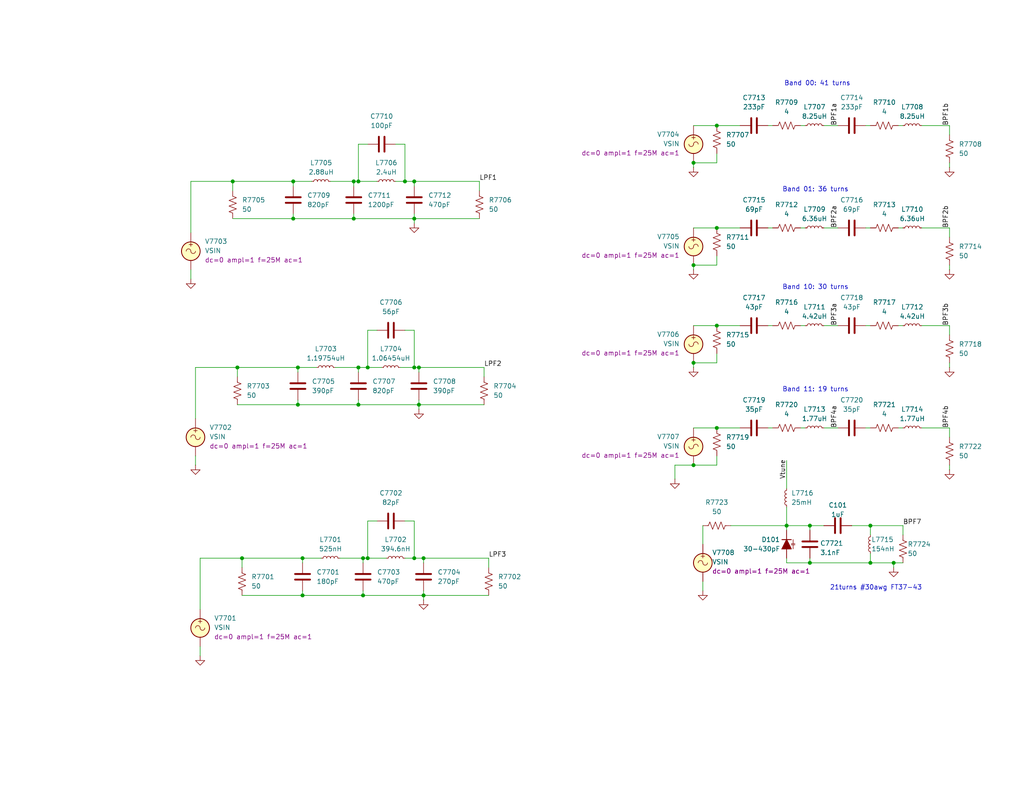
<source format=kicad_sch>
(kicad_sch (version 20250114) (generator "eeschema") (generator_version "9.0")
  (paper "A")
  (title_block (title "Filter simulation") (date "2025-04-09") (company "Soft-Shack") (comment 1 "Alan Mimms"))
  (lib_symbols
    (symbol "Device:C" (pin_numbers (hide yes)) (pin_names (offset 0.254))
      (property "Reference" "C" (at 0.635 2.54 0))
      (property "Value" "C" (at 0.635 -2.54 0))
      (symbol "C_0_1"
        (polyline (pts (xy -2.032 0.762) (xy 2.032 0.762)) (stroke (width 0.508)))
        (polyline (pts (xy -2.032 -0.762) (xy 2.032 -0.762)) (stroke (width 0.508)))
      )
      (symbol "C_1_1"
        (pin passive line (at 0 3.81 270) (length 2.794) (name "~") (number "1"))
        (pin passive line (at 0 -3.81 90) (length 2.794) (name "~") (number "2"))
      )
    )
    (symbol "Device:D_Capacitance_Filled" (pin_numbers (hide yes)) (pin_names (offset 1.016) (hide yes))
      (property "Reference" "D" (at 0 2.54 0))
      (property "Value" "D_Capacitance_Filled" (at 0 -3.302 0))
      (symbol "D_Capacitance_Filled_0_1"
        (polyline (pts (xy -1.27 1.27) (xy -1.27 -1.27)) (stroke (width 0.254)))
        (polyline (pts (xy -1.27 0) (xy 1.27 0)))
        (polyline (pts (xy -1.27 -1.778) (xy -0.1524 -1.778)))
        (polyline (pts (xy -0.1524 -1.27) (xy -0.1524 -2.286)))
        (polyline (pts (xy 0.1524 -1.27) (xy 0.1524 -2.286)))
        (polyline (pts (xy 0.1524 -1.778) (xy 1.27 -1.778)))
        (polyline (pts (xy 1.27 1.27) (xy 1.27 -1.27) (xy -1.27 0) (xy 1.27 1.27)) (stroke (width 0.254)) (fill (type outline)))
      )
      (symbol "D_Capacitance_Filled_1_1"
        (pin passive line (at -3.81 0 0) (length 2.54) (name "K") (number "1"))
        (pin passive line (at 3.81 0 180) (length 2.54) (name "A") (number "2"))
      )
    )
    (symbol "Device:L_Small" (pin_numbers (hide yes)) (pin_names (offset 0.254) (hide yes))
      (property "Reference" "L" (at 0.762 1.016 0))
      (property "Value" "L_Small" (at 0.762 -1.016 0))
      (symbol "L_Small_0_1"
        (arc (start 0 2.032) (mid 0.5058 1.524) (end 0 1.016))
        (arc (start 0 1.016) (mid 0.5058 0.508) (end 0 0))
        (arc (start 0 0) (mid 0.5058 -0.508) (end 0 -1.016))
        (arc (start 0 -1.016) (mid 0.5058 -1.524) (end 0 -2.032))
      )
      (symbol "L_Small_1_1"
        (pin passive line (at 0 2.54 270) (length 0.508) (name "~") (number "1"))
        (pin passive line (at 0 -2.54 90) (length 0.508) (name "~") (number "2"))
      )
    )
    (symbol "Device:R_US" (pin_numbers (hide yes)) (pin_names (offset 0))
      (property "Reference" "R" (at 2.54 0 90))
      (property "Value" "R_US" (at -2.54 0 90))
      (symbol "R_US_0_1"
        (polyline (pts (xy 0 2.286) (xy 0 2.54)))
        (polyline (pts (xy 0 2.286) (xy 1.016 1.905) (xy 0 1.524) (xy -1.016 1.143) (xy 0 0.762)))
        (polyline (pts (xy 0 0.762) (xy 1.016 0.381) (xy 0 0) (xy -1.016 -0.381) (xy 0 -0.762)))
        (polyline (pts (xy 0 -0.762) (xy 1.016 -1.143) (xy 0 -1.524) (xy -1.016 -1.905) (xy 0 -2.286)))
        (polyline (pts (xy 0 -2.286) (xy 0 -2.54)))
      )
      (symbol "R_US_1_1"
        (pin passive line (at 0 3.81 270) (length 1.27) (name "~") (number "1"))
        (pin passive line (at 0 -3.81 90) (length 1.27) (name "~") (number "2"))
      )
    )
    (symbol "Simulation_SPICE:VSIN" (pin_numbers (hide yes)) (pin_names (offset 0.0254))
      (property "Reference" "V" (at 2.54 2.54 0))
      (property "Value" "VSIN" (at 2.54 0 0))
      (property "Sim.Params" "dc=0 ampl=1 f=1k ac=1" (at 2.54 -2.54 0))
      (symbol "VSIN_0_0"
        (arc (start -1.27 0) (mid -0.635 0.6323) (end 0 0))
        (arc (start 1.27 0) (mid 0.635 -0.6323) (end 0 0))
        (text "+" (at 0 1.905 0) (effects (font (size 1.27 1.27))))
      )
      (symbol "VSIN_0_1"
        (circle (center 0 0) (radius 2.54) (stroke (width 0.254)) (fill (type background)))
      )
      (symbol "VSIN_1_1"
        (pin passive line (at 0 5.08 270) (length 2.54) (name "~") (number "1"))
        (pin passive line (at 0 -5.08 90) (length 2.54) (name "~") (number "2"))
      )
    )
    (symbol "power:GND" (power) (pin_numbers (hide yes)) (pin_names (offset 0) (hide yes))
      (property "Value" "GND" (at 0 -3.81 0))
      (symbol "GND_0_1"
        (polyline (pts (xy 0 0) (xy 0 -1.27) (xy 1.27 -1.27) (xy 0 -2.54) (xy -1.27 -1.27) (xy 0 -1.27)))
      )
      (symbol "GND_1_1"
        (pin power_in line (at 0 0 270) (length 0) (name "~") (number "1"))
      )
    )
  )
  (text "Band 10: 30 turns" (at 222.504 78.486 0) (effects (font (size 1.27 1.27))))
  (text "Band 01: 36 turns" (at 222.504 51.816 0) (effects (font (size 1.27 1.27))))
  (text "Band 00: 41 turns" (at 223.012 22.86 0) (effects (font (size 1.27 1.27))))
  (text "Band 11: 19 turns" (at 222.504 106.426 0) (effects (font (size 1.27 1.27))))
  (text "21turns #30awg FT37-43" (at 239.014 160.528 0) (effects (font (size 1.27 1.27))))
  (junction (at 214.63 143.51))
  (junction (at 66.04 152.4))
  (junction (at 243.84 153.67))
  (junction (at 110.49 49.53))
  (junction (at 189.23 44.45))
  (junction (at 189.23 99.06))
  (junction (at 113.03 59.69))
  (junction (at 82.55 162.56))
  (junction (at 113.03 49.53))
  (junction (at 99.06 152.4))
  (junction (at 237.49 143.51))
  (junction (at 114.3 100.33))
  (junction (at 82.55 152.4))
  (junction (at 114.3 110.49))
  (junction (at 115.57 152.4))
  (junction (at 81.28 100.33))
  (junction (at 81.28 110.49))
  (junction (at 115.57 162.56))
  (junction (at 80.01 49.53))
  (junction (at 237.49 153.67))
  (junction (at 96.52 49.53))
  (junction (at 189.23 72.39))
  (junction (at 96.52 59.69))
  (junction (at 97.79 49.53))
  (junction (at 97.79 100.33))
  (junction (at 100.33 100.33))
  (junction (at 113.03 100.33))
  (junction (at 80.01 59.69))
  (junction (at 195.58 88.9))
  (junction (at 195.58 34.29))
  (junction (at 99.06 162.56))
  (junction (at 220.98 143.51))
  (junction (at 63.5 49.53))
  (junction (at 195.58 116.84))
  (junction (at 220.98 153.67))
  (junction (at 195.58 62.23))
  (junction (at 64.77 100.33))
  (junction (at 97.79 110.49))
  (junction (at 113.03 152.4))
  (junction (at 100.33 152.4))
  (junction (at 189.23 127))
  (wire (pts (xy 64.77 102.87) (xy 64.77 100.33)))
  (wire (pts (xy 113.03 58.42) (xy 113.03 59.69)))
  (wire (pts (xy 220.98 143.51) (xy 224.79 143.51)))
  (wire (pts (xy 132.08 102.87) (xy 132.08 100.33)))
  (wire (pts (xy 195.58 44.45) (xy 189.23 44.45)))
  (wire (pts (xy 195.58 69.85) (xy 195.58 72.39)))
  (wire (pts (xy 66.04 154.94) (xy 66.04 152.4)))
  (wire (pts (xy 52.07 73.66) (xy 52.07 76.2)))
  (wire (pts (xy 90.17 49.53) (xy 96.52 49.53)))
  (wire (pts (xy 99.06 161.29) (xy 99.06 162.56)))
  (wire (pts (xy 259.08 34.29) (xy 259.08 36.83)))
  (wire (pts (xy 236.22 116.84) (xy 237.49 116.84)))
  (wire (pts (xy 259.08 88.9) (xy 259.08 91.44)))
  (wire (pts (xy 209.55 88.9) (xy 210.82 88.9)))
  (wire (pts (xy 191.77 158.75) (xy 191.77 161.29)))
  (wire (pts (xy 259.08 127) (xy 259.08 128.27)))
  (wire (pts (xy 113.03 59.69) (xy 113.03 60.96)))
  (wire (pts (xy 236.22 62.23) (xy 237.49 62.23)))
  (wire (pts (xy 259.08 62.23) (xy 259.08 64.77)))
  (wire (pts (xy 53.34 114.3) (xy 53.34 100.33)))
  (wire (pts (xy 115.57 162.56) (xy 115.57 163.83)))
  (wire (pts (xy 251.46 88.9) (xy 259.08 88.9)))
  (wire (pts (xy 107.95 49.53) (xy 110.49 49.53)))
  (wire (pts (xy 195.58 99.06) (xy 189.23 99.06)))
  (wire (pts (xy 54.61 176.53) (xy 54.61 179.07)))
  (wire (pts (xy 110.49 39.37) (xy 110.49 49.53)))
  (wire (pts (xy 82.55 152.4) (xy 87.63 152.4)))
  (wire (pts (xy 113.03 100.33) (xy 114.3 100.33)))
  (wire (pts (xy 82.55 162.56) (xy 99.06 162.56)))
  (wire (pts (xy 96.52 49.53) (xy 97.79 49.53)))
  (wire (pts (xy 53.34 124.46) (xy 53.34 127)))
  (wire (pts (xy 195.58 72.39) (xy 189.23 72.39)))
  (wire (pts (xy 214.63 138.43) (xy 214.63 143.51)))
  (wire (pts (xy 99.06 152.4) (xy 100.33 152.4)))
  (wire (pts (xy 218.44 88.9) (xy 219.71 88.9)))
  (wire (pts (xy 218.44 62.23) (xy 219.71 62.23)))
  (wire (pts (xy 99.06 152.4) (xy 99.06 153.67)))
  (wire (pts (xy 209.55 116.84) (xy 210.82 116.84)))
  (wire (pts (xy 81.28 110.49) (xy 97.79 110.49)))
  (wire (pts (xy 91.44 100.33) (xy 97.79 100.33)))
  (wire (pts (xy 113.03 59.69) (xy 130.81 59.69)))
  (wire (pts (xy 237.49 143.51) (xy 246.38 143.51)))
  (wire (pts (xy 81.28 100.33) (xy 86.36 100.33)))
  (wire (pts (xy 96.52 58.42) (xy 96.52 59.69)))
  (wire (pts (xy 232.41 143.51) (xy 237.49 143.51)))
  (wire (pts (xy 115.57 162.56) (xy 133.35 162.56)))
  (wire (pts (xy 110.49 152.4) (xy 113.03 152.4)))
  (wire (pts (xy 80.01 50.8) (xy 80.01 49.53)))
  (wire (pts (xy 102.87 142.24) (xy 100.33 142.24)))
  (wire (pts (xy 218.44 34.29) (xy 219.71 34.29)))
  (wire (pts (xy 189.23 99.06) (xy 189.23 100.33)))
  (wire (pts (xy 115.57 161.29) (xy 115.57 162.56)))
  (wire (pts (xy 224.79 88.9) (xy 228.6 88.9)))
  (wire (pts (xy 195.58 124.46) (xy 195.58 127)))
  (wire (pts (xy 209.55 62.23) (xy 210.82 62.23)))
  (wire (pts (xy 114.3 109.22) (xy 114.3 110.49)))
  (wire (pts (xy 195.58 116.84) (xy 201.93 116.84)))
  (wire (pts (xy 220.98 144.78) (xy 220.98 143.51)))
  (wire (pts (xy 195.58 88.9) (xy 201.93 88.9)))
  (wire (pts (xy 191.77 143.51) (xy 191.77 148.59)))
  (wire (pts (xy 63.5 52.07) (xy 63.5 49.53)))
  (wire (pts (xy 259.08 116.84) (xy 259.08 119.38)))
  (wire (pts (xy 251.46 62.23) (xy 259.08 62.23)))
  (wire (pts (xy 97.79 100.33) (xy 97.79 101.6)))
  (wire (pts (xy 245.11 34.29) (xy 246.38 34.29)))
  (wire (pts (xy 189.23 34.29) (xy 195.58 34.29)))
  (wire (pts (xy 246.38 146.05) (xy 246.38 143.51)))
  (wire (pts (xy 54.61 152.4) (xy 66.04 152.4)))
  (wire (pts (xy 189.23 45.72) (xy 189.23 44.45)))
  (wire (pts (xy 102.87 90.17) (xy 100.33 90.17)))
  (wire (pts (xy 189.23 116.84) (xy 195.58 116.84)))
  (wire (pts (xy 110.49 90.17) (xy 113.03 90.17)))
  (wire (pts (xy 113.03 142.24) (xy 113.03 152.4)))
  (wire (pts (xy 224.79 116.84) (xy 228.6 116.84)))
  (wire (pts (xy 114.3 100.33) (xy 114.3 101.6)))
  (wire (pts (xy 82.55 161.29) (xy 82.55 162.56)))
  (wire (pts (xy 189.23 72.39) (xy 189.23 73.66)))
  (wire (pts (xy 82.55 153.67) (xy 82.55 152.4)))
  (wire (pts (xy 132.08 100.33) (xy 114.3 100.33)))
  (wire (pts (xy 130.81 52.07) (xy 130.81 49.53)))
  (wire (pts (xy 63.5 59.69) (xy 80.01 59.69)))
  (wire (pts (xy 184.15 127) (xy 184.15 130.81)))
  (wire (pts (xy 96.52 59.69) (xy 113.03 59.69)))
  (wire (pts (xy 214.63 143.51) (xy 214.63 144.78)))
  (wire (pts (xy 245.11 88.9) (xy 246.38 88.9)))
  (wire (pts (xy 54.61 166.37) (xy 54.61 152.4)))
  (wire (pts (xy 218.44 116.84) (xy 219.71 116.84)))
  (wire (pts (xy 199.39 143.51) (xy 214.63 143.51)))
  (wire (pts (xy 195.58 127) (xy 189.23 127)))
  (wire (pts (xy 251.46 34.29) (xy 259.08 34.29)))
  (wire (pts (xy 195.58 62.23) (xy 201.93 62.23)))
  (wire (pts (xy 195.58 96.52) (xy 195.58 99.06)))
  (wire (pts (xy 130.81 49.53) (xy 113.03 49.53)))
  (wire (pts (xy 237.49 151.13) (xy 237.49 153.67)))
  (wire (pts (xy 220.98 153.67) (xy 237.49 153.67)))
  (wire (pts (xy 66.04 152.4) (xy 82.55 152.4)))
  (wire (pts (xy 243.84 153.67) (xy 243.84 154.94)))
  (wire (pts (xy 97.79 110.49) (xy 114.3 110.49)))
  (wire (pts (xy 214.63 143.51) (xy 220.98 143.51)))
  (wire (pts (xy 236.22 34.29) (xy 237.49 34.29)))
  (wire (pts (xy 214.63 153.67) (xy 220.98 153.67)))
  (wire (pts (xy 189.23 88.9) (xy 195.58 88.9)))
  (wire (pts (xy 115.57 152.4) (xy 115.57 153.67)))
  (wire (pts (xy 107.95 39.37) (xy 110.49 39.37)))
  (wire (pts (xy 63.5 49.53) (xy 80.01 49.53)))
  (wire (pts (xy 52.07 63.5) (xy 52.07 49.53)))
  (wire (pts (xy 80.01 49.53) (xy 85.09 49.53)))
  (wire (pts (xy 114.3 110.49) (xy 132.08 110.49)))
  (wire (pts (xy 80.01 58.42) (xy 80.01 59.69)))
  (wire (pts (xy 113.03 90.17) (xy 113.03 100.33)))
  (wire (pts (xy 53.34 100.33) (xy 64.77 100.33)))
  (wire (pts (xy 237.49 153.67) (xy 243.84 153.67)))
  (wire (pts (xy 214.63 152.4) (xy 214.63 153.67)))
  (wire (pts (xy 236.22 88.9) (xy 237.49 88.9)))
  (wire (pts (xy 113.03 152.4) (xy 115.57 152.4)))
  (wire (pts (xy 97.79 100.33) (xy 100.33 100.33)))
  (wire (pts (xy 224.79 34.29) (xy 228.6 34.29)))
  (wire (pts (xy 80.01 59.69) (xy 96.52 59.69)))
  (wire (pts (xy 110.49 142.24) (xy 113.03 142.24)))
  (wire (pts (xy 133.35 152.4) (xy 115.57 152.4)))
  (wire (pts (xy 64.77 100.33) (xy 81.28 100.33)))
  (wire (pts (xy 189.23 62.23) (xy 195.58 62.23)))
  (wire (pts (xy 81.28 101.6) (xy 81.28 100.33)))
  (wire (pts (xy 259.08 99.06) (xy 259.08 100.33)))
  (wire (pts (xy 195.58 41.91) (xy 195.58 44.45)))
  (wire (pts (xy 100.33 142.24) (xy 100.33 152.4)))
  (wire (pts (xy 100.33 39.37) (xy 97.79 39.37)))
  (wire (pts (xy 97.79 109.22) (xy 97.79 110.49)))
  (wire (pts (xy 92.71 152.4) (xy 99.06 152.4)))
  (wire (pts (xy 195.58 34.29) (xy 201.93 34.29)))
  (wire (pts (xy 259.08 44.45) (xy 259.08 45.72)))
  (wire (pts (xy 66.04 162.56) (xy 82.55 162.56)))
  (wire (pts (xy 52.07 49.53) (xy 63.5 49.53)))
  (wire (pts (xy 259.08 72.39) (xy 259.08 73.66)))
  (wire (pts (xy 100.33 100.33) (xy 104.14 100.33)))
  (wire (pts (xy 114.3 110.49) (xy 114.3 111.76)))
  (wire (pts (xy 99.06 162.56) (xy 115.57 162.56)))
  (wire (pts (xy 237.49 143.51) (xy 237.49 146.05)))
  (wire (pts (xy 214.63 125.73) (xy 214.63 133.35)))
  (wire (pts (xy 100.33 90.17) (xy 100.33 100.33)))
  (wire (pts (xy 184.15 127) (xy 189.23 127)))
  (wire (pts (xy 251.46 116.84) (xy 259.08 116.84)))
  (wire (pts (xy 209.55 34.29) (xy 210.82 34.29)))
  (wire (pts (xy 245.11 62.23) (xy 246.38 62.23)))
  (wire (pts (xy 110.49 49.53) (xy 113.03 49.53)))
  (wire (pts (xy 133.35 154.94) (xy 133.35 152.4)))
  (wire (pts (xy 97.79 49.53) (xy 102.87 49.53)))
  (wire (pts (xy 64.77 110.49) (xy 81.28 110.49)))
  (wire (pts (xy 113.03 49.53) (xy 113.03 50.8)))
  (wire (pts (xy 245.11 116.84) (xy 246.38 116.84)))
  (wire (pts (xy 100.33 152.4) (xy 105.41 152.4)))
  (wire (pts (xy 109.22 100.33) (xy 113.03 100.33)))
  (wire (pts (xy 220.98 152.4) (xy 220.98 153.67)))
  (wire (pts (xy 224.79 62.23) (xy 228.6 62.23)))
  (wire (pts (xy 243.84 153.67) (xy 246.38 153.67)))
  (wire (pts (xy 81.28 109.22) (xy 81.28 110.49)))
  (wire (pts (xy 97.79 39.37) (xy 97.79 49.53)))
  (wire (pts (xy 96.52 49.53) (xy 96.52 50.8)))
  (label "LPF2" (at 132.08 100.33 0))
  (label "Vtune" (at 214.63 130.81 90))
  (label "LPF1" (at 130.81 49.53 0))
  (label "BPF4b" (at 259.08 116.84 90))
  (label "BPF2b" (at 259.08 62.23 90))
  (label "BPF7" (at 246.38 143.51 0))
  (label "BPF4a" (at 228.6 116.84 90))
  (label "LPF3" (at 133.35 152.4 0))
  (label "BPF3b" (at 259.08 88.9 90))
  (label "BPF2a" (at 228.6 62.23 90))
  (label "BPF3a" (at 228.6 88.9 90))
  (label "BPF1a" (at 228.6 34.29 90))
  (label "BPF1b" (at 259.08 34.29 90))
  (symbol (lib_id "Device:C") (at 97.79 105.41 0) (unit 1)
    (property "Reference" "C7707" (at 101.6 104.1399 0) (effects (justify left)))
    (property "Value" "820pF" (at 101.6 106.6799 0) (effects (justify left)))
    (property "Description" "Unpolarized capacitor" (effects (hide yes)))
  )
  (symbol (lib_id "Device:L_Small") (at 237.49 148.59 180) (unit 1)
    (property "Reference" "L7715" (at 237.744 147.32 0) (effects (justify right)))
    (property "Value" "154nH" (at 237.744 149.86 0) (effects (justify right)))
    (property "Description" "Inductor, small symbol" (effects (hide yes)))
  )
  (symbol (lib_id "power:GND") (at 259.08 45.72 0) (unit 1)
    (property "Reference" "#PWR0407" (effects (hide yes)))
    (property "Value" "GND" (effects (hide yes)))
    (property "Description" "Power symbol creates a global label with name \"GND\" , ground" (effects (hide yes)))
  )
  (symbol (lib_id "Device:R_US") (at 214.63 88.9 90) (unit 1)
    (property "Reference" "R7716" (at 214.63 82.55 90))
    (property "Value" "4" (at 214.63 85.09 90))
    (property "Description" "Resistor, US symbol" (effects (hide yes)))
  )
  (symbol (lib_id "Device:C") (at 114.3 105.41 0) (unit 1)
    (property "Reference" "C7708" (at 118.11 104.1399 0) (effects (justify left)))
    (property "Value" "390pF" (at 118.11 106.6799 0) (effects (justify left)))
    (property "Description" "Unpolarized capacitor" (effects (hide yes)))
  )
  (symbol (lib_id "power:GND") (at 54.61 179.07 0) (unit 1)
    (property "Reference" "#PWR0401" (effects (hide yes)))
    (property "Value" "GND" (effects (hide yes)))
    (property "Description" "Power symbol creates a global label with name \"GND\" , ground" (effects (hide yes)))
  )
  (symbol (lib_id "Device:R_US") (at 195.58 92.71 0) (unit 1)
    (property "Reference" "R7715" (at 198.12 91.4399 0) (effects (justify left)))
    (property "Value" "50" (at 198.12 93.9799 0) (effects (justify left)))
    (property "Description" "Resistor, US symbol" (effects (hide yes)))
  )
  (symbol (lib_id "Device:C") (at 232.41 62.23 90) (unit 1)
    (property "Reference" "C7716" (at 232.41 54.61 90))
    (property "Value" "69pF" (at 232.41 57.15 90))
    (property "Description" "Unpolarized capacitor" (effects (hide yes)))
  )
  (symbol (lib_id "Device:C") (at 82.55 157.48 0) (unit 1)
    (property "Reference" "C7701" (at 86.36 156.2099 0) (effects (justify left)))
    (property "Value" "180pF" (at 86.36 158.7499 0) (effects (justify left)))
    (property "Description" "Unpolarized capacitor" (effects (hide yes)))
  )
  (symbol (lib_id "Simulation_SPICE:VSIN") (at 191.77 153.67 0) (unit 1)
    (property "Reference" "V7708" (at 194.31 150.876 0) (effects (justify left)))
    (property "Value" "VSIN" (at 194.31 153.416 0) (effects (justify left)))
    (property "Datasheet" "https://ngspice.sourceforge.io/docs/ngspice-html-manual/manual.xhtml#sec_Independent_Sources_for" (effects (hide yes)))
    (property "Description" "Voltage source, sinusoidal" (effects (hide yes)))
    (property "Sim.Pins" "1=+ 2=-" (effects (hide yes)))
    (property "Sim.Params" "dc=0 ampl=1 f=25M ac=1" (at 194.31 155.956 0) (effects (justify left)))
    (property "Sim.Type" "SIN" (effects (hide yes)))
    (property "Sim.Device" "V" (effects (hide yes)))
  )
  (symbol (lib_id "Device:C") (at 99.06 157.48 0) (unit 1)
    (property "Reference" "C7703" (at 102.87 156.2099 0) (effects (justify left)))
    (property "Value" "470pF" (at 102.87 158.7499 0) (effects (justify left)))
    (property "Description" "Unpolarized capacitor" (effects (hide yes)))
  )
  (symbol (lib_id "power:GND") (at 243.84 154.94 0) (unit 1)
    (property "Reference" "#PWR0416" (effects (hide yes)))
    (property "Value" "GND" (effects (hide yes)))
    (property "Description" "Power symbol creates a global label with name \"GND\" , ground" (effects (hide yes)))
  )
  (symbol (lib_id "Device:L_Small") (at 222.25 116.84 90) (unit 1)
    (property "Reference" "L7713" (at 222.25 111.76 90))
    (property "Value" "1.77uH" (at 222.25 114.3 90))
    (property "Description" "Inductor, small symbol" (effects (hide yes)))
  )
  (symbol (lib_id "Device:C") (at 232.41 34.29 90) (unit 1)
    (property "Reference" "C7714" (at 232.41 26.67 90))
    (property "Value" "233pF" (at 232.41 29.21 90))
    (property "Description" "Unpolarized capacitor" (effects (hide yes)))
  )
  (symbol (lib_id "Device:R_US") (at 133.35 158.75 0) (unit 1)
    (property "Reference" "R7702" (at 135.89 157.4799 0) (effects (justify left)))
    (property "Value" "50" (at 135.89 160.0199 0) (effects (justify left)))
    (property "Description" "Resistor, US symbol" (effects (hide yes)))
  )
  (symbol (lib_id "Device:L_Small") (at 248.92 34.29 90) (unit 1)
    (property "Reference" "L7708" (at 248.92 29.21 90))
    (property "Value" "8.25uH" (at 248.92 31.75 90))
    (property "Description" "Inductor, small symbol" (effects (hide yes)))
  )
  (symbol (lib_id "Device:C") (at 232.41 88.9 90) (unit 1)
    (property "Reference" "C7718" (at 232.41 81.28 90))
    (property "Value" "43pF" (at 232.41 83.82 90))
    (property "Description" "Unpolarized capacitor" (effects (hide yes)))
  )
  (symbol (lib_id "Device:C") (at 228.6 143.51 90) (unit 1)
    (property "Reference" "C101" (at 228.6 137.922 90))
    (property "Value" "1uF" (at 228.6 140.462 90))
    (property "Description" "Unpolarized capacitor" (effects (hide yes)))
  )
  (symbol (lib_id "Simulation_SPICE:VSIN") (at 52.07 68.58 0) (unit 1)
    (property "Reference" "V7703" (at 55.88 65.9101 0) (effects (justify left)))
    (property "Value" "VSIN" (at 55.88 68.4501 0) (effects (justify left)))
    (property "Datasheet" "https://ngspice.sourceforge.io/docs/ngspice-html-manual/manual.xhtml#sec_Independent_Sources_for" (effects (hide yes)))
    (property "Description" "Voltage source, sinusoidal" (effects (hide yes)))
    (property "Sim.Pins" "1=+ 2=-" (effects (hide yes)))
    (property "Sim.Params" "dc=0 ampl=1 f=25M ac=1" (at 55.88 70.9901 0) (effects (justify left)))
    (property "Sim.Type" "SIN" (effects (hide yes)))
    (property "Sim.Device" "V" (effects (hide yes)))
  )
  (symbol (lib_id "Device:L_Small") (at 90.17 152.4 90) (unit 1)
    (property "Reference" "L7701" (at 90.17 147.32 90))
    (property "Value" "525nH" (at 90.17 149.86 90))
    (property "Description" "Inductor, small symbol" (effects (hide yes)))
  )
  (symbol (lib_id "Device:R_US") (at 63.5 55.88 0) (unit 1)
    (property "Reference" "R7705" (at 66.04 54.6099 0) (effects (justify left)))
    (property "Value" "50" (at 66.04 57.1499 0) (effects (justify left)))
    (property "Description" "Resistor, US symbol" (effects (hide yes)))
  )
  (symbol (lib_id "Device:L_Small") (at 106.68 100.33 90) (unit 1)
    (property "Reference" "L7704" (at 106.68 95.25 90))
    (property "Value" "1.06454uH" (at 106.68 97.79 90))
    (property "Description" "Inductor, small symbol" (effects (hide yes)))
  )
  (symbol (lib_id "Device:C") (at 80.01 54.61 0) (unit 1)
    (property "Reference" "C7709" (at 83.82 53.3399 0) (effects (justify left)))
    (property "Value" "820pF" (at 83.82 55.8799 0) (effects (justify left)))
    (property "Description" "Unpolarized capacitor" (effects (hide yes)))
  )
  (symbol (lib_id "Device:R_US") (at 214.63 62.23 90) (unit 1)
    (property "Reference" "R7712" (at 214.63 55.88 90))
    (property "Value" "4" (at 214.63 58.42 90))
    (property "Description" "Resistor, US symbol" (effects (hide yes)))
  )
  (symbol (lib_id "Simulation_SPICE:VSIN") (at 189.23 121.92 0) (mirror y) (unit 1)
    (property "Reference" "V7707" (at 185.42 119.2501 0) (effects (justify left)))
    (property "Value" "VSIN" (at 185.42 121.7901 0) (effects (justify left)))
    (property "Datasheet" "https://ngspice.sourceforge.io/docs/ngspice-html-manual/manual.xhtml#sec_Independent_Sources_for" (effects (hide yes)))
    (property "Description" "Voltage source, sinusoidal" (effects (hide yes)))
    (property "Sim.Pins" "1=+ 2=-" (effects (hide yes)))
    (property "Sim.Params" "dc=0 ampl=1 f=25M ac=1" (at 185.42 124.3301 0) (effects (justify left)))
    (property "Sim.Type" "SIN" (effects (hide yes)))
    (property "Sim.Device" "V" (effects (hide yes)))
  )
  (symbol (lib_id "Device:L_Small") (at 222.25 62.23 90) (unit 1)
    (property "Reference" "L7709" (at 222.25 57.15 90))
    (property "Value" "6.36uH" (at 222.25 59.69 90))
    (property "Description" "Inductor, small symbol" (effects (hide yes)))
  )
  (symbol (lib_id "Device:R_US") (at 214.63 34.29 90) (unit 1)
    (property "Reference" "R7709" (at 214.63 27.94 90))
    (property "Value" "4" (at 214.63 30.48 90))
    (property "Description" "Resistor, US symbol" (effects (hide yes)))
  )
  (symbol (lib_id "Device:L_Small") (at 248.92 88.9 90) (unit 1)
    (property "Reference" "L7712" (at 248.92 83.82 90))
    (property "Value" "4.42uH" (at 248.92 86.36 90))
    (property "Description" "Inductor, small symbol" (effects (hide yes)))
  )
  (symbol (lib_id "Device:L_Small") (at 214.63 135.89 180) (unit 1)
    (property "Reference" "L7716" (at 215.9 134.6199 0) (effects (justify right)))
    (property "Value" "25mH" (at 215.9 137.1599 0) (effects (justify right)))
    (property "Description" "Inductor, small symbol" (effects (hide yes)))
  )
  (symbol (lib_id "power:GND") (at 189.23 100.33 0) (unit 1)
    (property "Reference" "#PWR0411" (effects (hide yes)))
    (property "Value" "GND" (effects (hide yes)))
    (property "Description" "Power symbol creates a global label with name \"GND\" , ground" (effects (hide yes)))
  )
  (symbol (lib_id "Device:L_Small") (at 248.92 62.23 90) (unit 1)
    (property "Reference" "L7710" (at 248.92 57.15 90))
    (property "Value" "6.36uH" (at 248.92 59.69 90))
    (property "Description" "Inductor, small symbol" (effects (hide yes)))
  )
  (symbol (lib_id "Device:C") (at 205.74 116.84 90) (unit 1)
    (property "Reference" "C7719" (at 205.74 109.22 90))
    (property "Value" "35pF" (at 205.74 111.76 90))
    (property "Description" "Unpolarized capacitor" (effects (hide yes)))
  )
  (symbol (lib_id "Device:L_Small") (at 105.41 49.53 90) (unit 1)
    (property "Reference" "L7706" (at 105.41 44.45 90))
    (property "Value" "2.4uH" (at 105.41 46.99 90))
    (property "Description" "Inductor, small symbol" (effects (hide yes)))
  )
  (symbol (lib_id "Device:C") (at 205.74 88.9 90) (unit 1)
    (property "Reference" "C7717" (at 205.74 81.28 90))
    (property "Value" "43pF" (at 205.74 83.82 90))
    (property "Description" "Unpolarized capacitor" (effects (hide yes)))
  )
  (symbol (lib_id "Simulation_SPICE:VSIN") (at 189.23 39.37 0) (mirror y) (unit 1)
    (property "Reference" "V7704" (at 185.42 36.7001 0) (effects (justify left)))
    (property "Value" "VSIN" (at 185.42 39.2401 0) (effects (justify left)))
    (property "Datasheet" "https://ngspice.sourceforge.io/docs/ngspice-html-manual/manual.xhtml#sec_Independent_Sources_for" (effects (hide yes)))
    (property "Description" "Voltage source, sinusoidal" (effects (hide yes)))
    (property "Sim.Pins" "1=+ 2=-" (effects (hide yes)))
    (property "Sim.Params" "dc=0 ampl=1 f=25M ac=1" (at 185.42 41.7801 0) (effects (justify left)))
    (property "Sim.Type" "SIN" (effects (hide yes)))
    (property "Sim.Device" "V" (effects (hide yes)))
  )
  (symbol (lib_id "power:GND") (at 259.08 100.33 0) (unit 1)
    (property "Reference" "#PWR0412" (effects (hide yes)))
    (property "Value" "GND" (effects (hide yes)))
    (property "Description" "Power symbol creates a global label with name \"GND\" , ground" (effects (hide yes)))
  )
  (symbol (lib_id "Device:R_US") (at 195.58 38.1 0) (unit 1)
    (property "Reference" "R7707" (at 198.12 36.8299 0) (effects (justify left)))
    (property "Value" "50" (at 198.12 39.3699 0) (effects (justify left)))
    (property "Description" "Resistor, US symbol" (effects (hide yes)))
  )
  (symbol (lib_id "Device:C") (at 205.74 34.29 90) (unit 1)
    (property "Reference" "C7713" (at 205.74 26.67 90))
    (property "Value" "233pF" (at 205.74 29.21 90))
    (property "Description" "Unpolarized capacitor" (effects (hide yes)))
  )
  (symbol (lib_id "Device:R_US") (at 195.58 143.51 90) (unit 1)
    (property "Reference" "R7723" (at 195.58 137.16 90))
    (property "Value" "50" (at 195.58 139.7 90))
    (property "Description" "Resistor, US symbol" (effects (hide yes)))
  )
  (symbol (lib_id "Device:L_Small") (at 87.63 49.53 90) (unit 1)
    (property "Reference" "L7705" (at 87.63 44.45 90))
    (property "Value" "2.88uH" (at 87.63 46.99 90))
    (property "Description" "Inductor, small symbol" (effects (hide yes)))
  )
  (symbol (lib_id "Device:L_Small") (at 107.95 152.4 90) (unit 1)
    (property "Reference" "L7702" (at 107.95 147.32 90))
    (property "Value" "394.6nH" (at 107.95 149.86 90))
    (property "Description" "Inductor, small symbol" (effects (hide yes)))
  )
  (symbol (lib_id "Device:L_Small") (at 248.92 116.84 90) (unit 1)
    (property "Reference" "L7714" (at 248.92 111.76 90))
    (property "Value" "1.77uH" (at 248.92 114.3 90))
    (property "Description" "Inductor, small symbol" (effects (hide yes)))
  )
  (symbol (lib_id "Device:C") (at 115.57 157.48 0) (unit 1)
    (property "Reference" "C7704" (at 119.38 156.2099 0) (effects (justify left)))
    (property "Value" "270pF" (at 119.38 158.7499 0) (effects (justify left)))
    (property "Description" "Unpolarized capacitor" (effects (hide yes)))
  )
  (symbol (lib_id "power:GND") (at 259.08 128.27 0) (unit 1)
    (property "Reference" "#PWR0414" (effects (hide yes)))
    (property "Value" "GND" (effects (hide yes)))
    (property "Description" "Power symbol creates a global label with name \"GND\" , ground" (effects (hide yes)))
  )
  (symbol (lib_id "Simulation_SPICE:VSIN") (at 54.61 171.45 0) (unit 1)
    (property "Reference" "V7701" (at 58.42 168.7801 0) (effects (justify left)))
    (property "Value" "VSIN" (at 58.42 171.3201 0) (effects (justify left)))
    (property "Datasheet" "https://ngspice.sourceforge.io/docs/ngspice-html-manual/manual.xhtml#sec_Independent_Sources_for" (effects (hide yes)))
    (property "Description" "Voltage source, sinusoidal" (effects (hide yes)))
    (property "Sim.Pins" "1=+ 2=-" (effects (hide yes)))
    (property "Sim.Params" "dc=0 ampl=1 f=25M ac=1" (at 58.42 173.8601 0) (effects (justify left)))
    (property "Sim.Type" "SIN" (effects (hide yes)))
    (property "Sim.Device" "V" (effects (hide yes)))
  )
  (symbol (lib_id "Device:R_US") (at 259.08 40.64 0) (unit 1)
    (property "Reference" "R7708" (at 261.62 39.3699 0) (effects (justify left)))
    (property "Value" "50" (at 261.62 41.9099 0) (effects (justify left)))
    (property "Description" "Resistor, US symbol" (effects (hide yes)))
  )
  (symbol (lib_id "Device:R_US") (at 259.08 68.58 0) (unit 1)
    (property "Reference" "R7714" (at 261.62 67.3099 0) (effects (justify left)))
    (property "Value" "50" (at 261.62 69.8499 0) (effects (justify left)))
    (property "Description" "Resistor, US symbol" (effects (hide yes)))
  )
  (symbol (lib_id "Device:R_US") (at 130.81 55.88 0) (unit 1)
    (property "Reference" "R7706" (at 133.35 54.6099 0) (effects (justify left)))
    (property "Value" "50" (at 133.35 57.1499 0) (effects (justify left)))
    (property "Description" "Resistor, US symbol" (effects (hide yes)))
  )
  (symbol (lib_id "power:GND") (at 52.07 76.2 0) (unit 1)
    (property "Reference" "#PWR0403" (effects (hide yes)))
    (property "Value" "GND" (effects (hide yes)))
    (property "Description" "Power symbol creates a global label with name \"GND\" , ground" (effects (hide yes)))
  )
  (symbol (lib_id "Device:R_US") (at 195.58 120.65 0) (unit 1)
    (property "Reference" "R7719" (at 198.12 119.3799 0) (effects (justify left)))
    (property "Value" "50" (at 198.12 121.9199 0) (effects (justify left)))
    (property "Description" "Resistor, US symbol" (effects (hide yes)))
  )
  (symbol (lib_id "Device:C") (at 205.74 62.23 90) (unit 1)
    (property "Reference" "C7715" (at 205.74 54.61 90))
    (property "Value" "69pF" (at 205.74 57.15 90))
    (property "Description" "Unpolarized capacitor" (effects (hide yes)))
  )
  (symbol (lib_id "Device:C") (at 232.41 116.84 90) (unit 1)
    (property "Reference" "C7720" (at 232.41 109.22 90))
    (property "Value" "35pF" (at 232.41 111.76 90))
    (property "Description" "Unpolarized capacitor" (effects (hide yes)))
  )
  (symbol (lib_id "Device:R_US") (at 132.08 106.68 0) (unit 1)
    (property "Reference" "R7704" (at 134.62 105.4099 0) (effects (justify left)))
    (property "Value" "50" (at 134.62 107.9499 0) (effects (justify left)))
    (property "Description" "Resistor, US symbol" (effects (hide yes)))
  )
  (symbol (lib_id "Device:R_US") (at 66.04 158.75 0) (unit 1)
    (property "Reference" "R7701" (at 68.58 157.4799 0) (effects (justify left)))
    (property "Value" "50" (at 68.58 160.0199 0) (effects (justify left)))
    (property "Description" "Resistor, US symbol" (effects (hide yes)))
  )
  (symbol (lib_id "Device:R_US") (at 241.3 88.9 90) (unit 1)
    (property "Reference" "R7717" (at 241.3 82.55 90))
    (property "Value" "4" (at 241.3 85.09 90))
    (property "Description" "Resistor, US symbol" (effects (hide yes)))
  )
  (symbol (lib_id "Device:L_Small") (at 88.9 100.33 90) (unit 1)
    (property "Reference" "L7703" (at 88.9 95.25 90))
    (property "Value" "1.19754uH" (at 88.9 97.79 90))
    (property "Description" "Inductor, small symbol" (effects (hide yes)))
  )
  (symbol (lib_id "Simulation_SPICE:VSIN") (at 53.34 119.38 0) (unit 1)
    (property "Reference" "V7702" (at 57.15 116.7101 0) (effects (justify left)))
    (property "Value" "VSIN" (at 57.15 119.2501 0) (effects (justify left)))
    (property "Datasheet" "https://ngspice.sourceforge.io/docs/ngspice-html-manual/manual.xhtml#sec_Independent_Sources_for" (effects (hide yes)))
    (property "Description" "Voltage source, sinusoidal" (effects (hide yes)))
    (property "Sim.Pins" "1=+ 2=-" (effects (hide yes)))
    (property "Sim.Params" "dc=0 ampl=1 f=25M ac=1" (at 57.15 121.7901 0) (effects (justify left)))
    (property "Sim.Type" "SIN" (effects (hide yes)))
    (property "Sim.Device" "V" (effects (hide yes)))
  )
  (symbol (lib_id "Device:R_US") (at 241.3 62.23 90) (unit 1)
    (property "Reference" "R7713" (at 241.3 55.88 90))
    (property "Value" "4" (at 241.3 58.42 90))
    (property "Description" "Resistor, US symbol" (effects (hide yes)))
  )
  (symbol (lib_id "Device:C") (at 113.03 54.61 0) (unit 1)
    (property "Reference" "C7712" (at 116.84 53.3399 0) (effects (justify left)))
    (property "Value" "470pF" (at 116.84 55.8799 0) (effects (justify left)))
    (property "Description" "Unpolarized capacitor" (effects (hide yes)))
  )
  (symbol (lib_id "Device:C") (at 220.98 148.59 0) (unit 1)
    (property "Reference" "C7721" (at 223.774 148.336 0) (effects (justify left)))
    (property "Value" "3.1nF" (at 223.774 150.876 0) (effects (justify left)))
    (property "Description" "Unpolarized capacitor" (effects (hide yes)))
  )
  (symbol (lib_id "power:GND") (at 259.08 73.66 0) (unit 1)
    (property "Reference" "#PWR0410" (effects (hide yes)))
    (property "Value" "GND" (effects (hide yes)))
    (property "Description" "Power symbol creates a global label with name \"GND\" , ground" (effects (hide yes)))
  )
  (symbol (lib_id "Device:R_US") (at 246.38 149.86 0) (unit 1)
    (property "Reference" "R7724" (at 247.65 148.59 0) (effects (justify left)))
    (property "Value" "50" (at 247.65 151.13 0) (effects (justify left)))
    (property "Description" "Resistor, US symbol" (effects (hide yes)))
  )
  (symbol (lib_id "power:GND") (at 189.23 45.72 0) (unit 1)
    (property "Reference" "#PWR0408" (effects (hide yes)))
    (property "Value" "GND" (effects (hide yes)))
    (property "Description" "Power symbol creates a global label with name \"GND\" , ground" (effects (hide yes)))
  )
  (symbol (lib_id "power:GND") (at 114.3 111.76 0) (unit 1)
    (property "Reference" "#PWR0405" (effects (hide yes)))
    (property "Value" "GND" (effects (hide yes)))
    (property "Description" "Power symbol creates a global label with name \"GND\" , ground" (effects (hide yes)))
  )
  (symbol (lib_id "power:GND") (at 53.34 127 0) (unit 1)
    (property "Reference" "#PWR0402" (effects (hide yes)))
    (property "Value" "GND" (effects (hide yes)))
    (property "Description" "Power symbol creates a global label with name \"GND\" , ground" (effects (hide yes)))
  )
  (symbol (lib_id "power:GND") (at 189.23 73.66 0) (unit 1)
    (property "Reference" "#PWR0409" (effects (hide yes)))
    (property "Value" "GND" (effects (hide yes)))
    (property "Description" "Power symbol creates a global label with name \"GND\" , ground" (effects (hide yes)))
  )
  (symbol (lib_id "Device:R_US") (at 241.3 34.29 90) (unit 1)
    (property "Reference" "R7710" (at 241.3 27.94 90))
    (property "Value" "4" (at 241.3 30.48 90))
    (property "Description" "Resistor, US symbol" (effects (hide yes)))
  )
  (symbol (lib_id "Device:R_US") (at 241.3 116.84 90) (unit 1)
    (property "Reference" "R7721" (at 241.3 110.49 90))
    (property "Value" "4" (at 241.3 113.03 90))
    (property "Description" "Resistor, US symbol" (effects (hide yes)))
  )
  (symbol (lib_id "Device:R_US") (at 259.08 95.25 0) (unit 1)
    (property "Reference" "R7718" (at 261.62 93.9799 0) (effects (justify left)))
    (property "Value" "50" (at 261.62 96.5199 0) (effects (justify left)))
    (property "Description" "Resistor, US symbol" (effects (hide yes)))
  )
  (symbol (lib_id "power:GND") (at 113.03 60.96 0) (unit 1)
    (property "Reference" "#PWR0406" (effects (hide yes)))
    (property "Value" "GND" (effects (hide yes)))
    (property "Description" "Power symbol creates a global label with name \"GND\" , ground" (effects (hide yes)))
  )
  (symbol (lib_id "Device:C") (at 96.52 54.61 0) (unit 1)
    (property "Reference" "C7711" (at 100.33 53.3399 0) (effects (justify left)))
    (property "Value" "1200pF" (at 100.33 55.8799 0) (effects (justify left)))
    (property "Description" "Unpolarized capacitor" (effects (hide yes)))
  )
  (symbol (lib_id "Device:R_US") (at 64.77 106.68 0) (unit 1)
    (property "Reference" "R7703" (at 67.31 105.4099 0) (effects (justify left)))
    (property "Value" "50" (at 67.31 107.9499 0) (effects (justify left)))
    (property "Description" "Resistor, US symbol" (effects (hide yes)))
  )
  (symbol (lib_id "Device:R_US") (at 195.58 66.04 0) (unit 1)
    (property "Reference" "R7711" (at 198.12 64.7699 0) (effects (justify left)))
    (property "Value" "50" (at 198.12 67.3099 0) (effects (justify left)))
    (property "Description" "Resistor, US symbol" (effects (hide yes)))
  )
  (symbol (lib_id "Device:L_Small") (at 222.25 34.29 90) (unit 1)
    (property "Reference" "L7707" (at 222.25 29.21 90))
    (property "Value" "8.25uH" (at 222.25 31.75 90))
    (property "Description" "Inductor, small symbol" (effects (hide yes)))
  )
  (symbol (lib_id "power:GND") (at 184.15 130.81 0) (unit 1)
    (property "Reference" "#PWR0413" (effects (hide yes)))
    (property "Value" "GND" (effects (hide yes)))
    (property "Description" "Power symbol creates a global label with name \"GND\" , ground" (effects (hide yes)))
  )
  (symbol (lib_id "Device:R_US") (at 259.08 123.19 0) (unit 1)
    (property "Reference" "R7722" (at 261.62 121.9199 0) (effects (justify left)))
    (property "Value" "50" (at 261.62 124.4599 0) (effects (justify left)))
    (property "Description" "Resistor, US symbol" (effects (hide yes)))
  )
  (symbol (lib_id "Device:L_Small") (at 222.25 88.9 90) (unit 1)
    (property "Reference" "L7711" (at 222.25 83.82 90))
    (property "Value" "4.42uH" (at 222.25 86.36 90))
    (property "Description" "Inductor, small symbol" (effects (hide yes)))
  )
  (symbol (lib_id "power:GND") (at 191.77 161.29 0) (unit 1)
    (property "Reference" "#PWR0415" (effects (hide yes)))
    (property "Value" "GND" (effects (hide yes)))
    (property "Description" "Power symbol creates a global label with name \"GND\" , ground" (effects (hide yes)))
  )
  (symbol (lib_id "Device:C") (at 81.28 105.41 0) (unit 1)
    (property "Reference" "C7705" (at 85.09 104.1399 0) (effects (justify left)))
    (property "Value" "390pF" (at 85.09 106.6799 0) (effects (justify left)))
    (property "Description" "Unpolarized capacitor" (effects (hide yes)))
  )
  (symbol (lib_id "Device:C") (at 104.14 39.37 90) (unit 1)
    (property "Reference" "C7710" (at 104.14 31.75 90))
    (property "Value" "100pF" (at 104.14 34.29 90))
    (property "Description" "Unpolarized capacitor" (effects (hide yes)))
  )
  (symbol (lib_id "Device:C") (at 106.68 142.24 90) (unit 1)
    (property "Reference" "C7702" (at 106.68 134.62 90))
    (property "Value" "82pF" (at 106.68 137.16 90))
    (property "Description" "Unpolarized capacitor" (effects (hide yes)))
  )
  (symbol (lib_id "power:GND") (at 115.57 163.83 0) (unit 1)
    (property "Reference" "#PWR0404" (effects (hide yes)))
    (property "Value" "GND" (effects (hide yes)))
    (property "Description" "Power symbol creates a global label with name \"GND\" , ground" (effects (hide yes)))
  )
  (symbol (lib_id "Device:R_US") (at 214.63 116.84 90) (unit 1)
    (property "Reference" "R7720" (at 214.63 110.49 90))
    (property "Value" "4" (at 214.63 113.03 90))
    (property "Description" "Resistor, US symbol" (effects (hide yes)))
  )
  (symbol (lib_id "Simulation_SPICE:VSIN") (at 189.23 67.31 0) (mirror y) (unit 1)
    (property "Reference" "V7705" (at 185.42 64.6401 0) (effects (justify left)))
    (property "Value" "VSIN" (at 185.42 67.1801 0) (effects (justify left)))
    (property "Datasheet" "https://ngspice.sourceforge.io/docs/ngspice-html-manual/manual.xhtml#sec_Independent_Sources_for" (effects (hide yes)))
    (property "Description" "Voltage source, sinusoidal" (effects (hide yes)))
    (property "Sim.Pins" "1=+ 2=-" (effects (hide yes)))
    (property "Sim.Params" "dc=0 ampl=1 f=25M ac=1" (at 185.42 69.7201 0) (effects (justify left)))
    (property "Sim.Type" "SIN" (effects (hide yes)))
    (property "Sim.Device" "V" (effects (hide yes)))
  )
  (symbol (lib_id "Simulation_SPICE:VSIN") (at 189.23 93.98 0) (mirror y) (unit 1)
    (property "Reference" "V7706" (at 185.42 91.3101 0) (effects (justify left)))
    (property "Value" "VSIN" (at 185.42 93.8501 0) (effects (justify left)))
    (property "Datasheet" "https://ngspice.sourceforge.io/docs/ngspice-html-manual/manual.xhtml#sec_Independent_Sources_for" (effects (hide yes)))
    (property "Description" "Voltage source, sinusoidal" (effects (hide yes)))
    (property "Sim.Pins" "1=+ 2=-" (effects (hide yes)))
    (property "Sim.Params" "dc=0 ampl=1 f=25M ac=1" (at 185.42 96.3901 0) (effects (justify left)))
    (property "Sim.Type" "SIN" (effects (hide yes)))
    (property "Sim.Device" "V" (effects (hide yes)))
  )
  (symbol (lib_id "Device:C") (at 106.68 90.17 90) (unit 1)
    (property "Reference" "C7706" (at 106.68 82.55 90))
    (property "Value" "56pF" (at 106.68 85.09 90))
    (property "Description" "Unpolarized capacitor" (effects (hide yes)))
  )
  (symbol (lib_id "Device:D_Capacitance_Filled") (at 214.63 148.59 90) (mirror x) (unit 1)
    (property "Reference" "D101" (at 212.852 147.32 90) (effects (justify left)))
    (property "Value" "30-430pF" (at 212.852 149.86 90) (effects (justify left)))
    (property "Description" "Variable capacitance diode, filled shape" (effects (hide yes)))
  )
)
</source>
